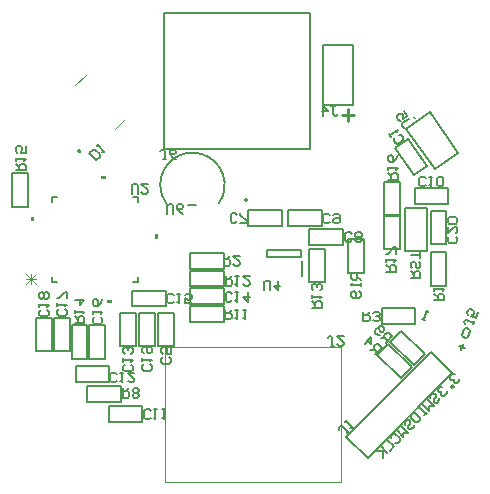
<source format=gbo>
G04*
G04 #@! TF.GenerationSoftware,Altium Limited,Altium Designer,20.0.7 (75)*
G04*
G04 Layer_Color=32896*
%FSLAX44Y44*%
%MOMM*%
G71*
G01*
G75*
%ADD11C,0.2540*%
%ADD13C,0.1270*%
%ADD14C,0.2000*%
%ADD15C,0.1000*%
%ADD16C,0.1524*%
%ADD17C,0.0762*%
%ADD18C,0.1530*%
G36*
X-173054Y35595D02*
X-175594D01*
Y39405D01*
X-173054D01*
Y35595D01*
D02*
G37*
G36*
X-112595Y71054D02*
X-116405D01*
Y73594D01*
X-112595D01*
Y71054D01*
D02*
G37*
G36*
X-107595Y-31054D02*
X-111405D01*
Y-33594D01*
X-107595D01*
Y-31054D01*
D02*
G37*
G36*
X-70946Y20595D02*
X-68406D01*
Y24405D01*
X-70946D01*
Y20595D01*
D02*
G37*
D11*
X97460Y125618D02*
X87303D01*
X92382Y130697D02*
Y120540D01*
D13*
X92300Y20100D02*
X105600D01*
Y-8200D02*
Y20100D01*
X92300Y-8200D02*
X105600D01*
X92300D02*
Y20100D01*
X141000Y10000D02*
Y47000D01*
X159000D01*
Y10000D02*
Y47000D01*
X141000Y10000D02*
X159000D01*
X123300Y40800D02*
Y69100D01*
Y40800D02*
X136600D01*
Y69100D01*
X123300D02*
X136600D01*
X123300Y11800D02*
Y40100D01*
Y11800D02*
X136600D01*
Y40100D01*
X123300D02*
X136600D01*
X137303Y-97637D02*
X146708Y-88232D01*
X117292Y-77626D02*
X137303Y-97637D01*
X117292Y-77626D02*
X126697Y-68222D01*
X146708Y-88232D01*
X137697Y-57221D02*
X157708Y-77232D01*
X128292Y-66626D02*
X137697Y-57221D01*
X128292Y-66626D02*
X148303Y-86637D01*
X157708Y-77232D01*
X120900Y-38400D02*
X120900Y-51700D01*
X120900Y-38400D02*
X149200Y-38400D01*
X149200Y-51700D02*
X149200Y-38400D01*
X120900Y-51700D02*
X149200Y-51700D01*
X143343Y105475D02*
X159576Y82293D01*
X132449Y97846D02*
X143343Y105475D01*
X132449Y97846D02*
X148681Y74664D01*
X159576Y82293D01*
X-41199Y8700D02*
X-12899D01*
X-41199Y-4600D02*
Y8700D01*
Y-4600D02*
X-12899D01*
Y8700D01*
X141943Y113935D02*
X165981Y79604D01*
X185747Y93444D01*
X161709Y127775D02*
X185747Y93444D01*
X141943Y113935D02*
X161709Y127775D01*
X-191700Y76100D02*
X-178400D01*
Y47800D02*
Y76100D01*
X-191700Y47800D02*
X-178400D01*
X-191700D02*
Y76100D01*
X-109900Y-100600D02*
Y-87300D01*
X-138200Y-100600D02*
X-109900D01*
X-138200D02*
Y-87300D01*
X-109900D01*
X-100000Y-117300D02*
Y-104000D01*
X-128300Y-117300D02*
X-100000D01*
X-128300D02*
Y-104000D01*
X-100000D01*
X-81900Y-134600D02*
Y-121300D01*
X-110200Y-134600D02*
X-81900D01*
X-110200D02*
Y-121300D01*
X-81900D01*
X-128300Y-81100D02*
Y-52800D01*
X-141600D02*
X-128300D01*
X-141600Y-81100D02*
Y-52800D01*
Y-81100D02*
X-128300D01*
X59300Y-16200D02*
Y12100D01*
Y-16200D02*
X72600D01*
Y12100D01*
X59300D02*
X72600D01*
X-41199Y-6300D02*
X-12899D01*
X-41199Y-19600D02*
Y-6300D01*
Y-19600D02*
X-12899D01*
Y-6300D01*
X-41100Y-49700D02*
X-12800D01*
Y-36400D01*
X-41100D02*
X-12800D01*
X-41100Y-49700D02*
Y-36400D01*
X175700Y-19100D02*
Y9200D01*
X162400D02*
X175700D01*
X162400Y-19100D02*
Y9200D01*
Y-19100D02*
X175700D01*
X162300Y15800D02*
Y44100D01*
Y15800D02*
X175600D01*
Y44100D01*
X162300D02*
X175600D01*
X-71300Y-70100D02*
Y-41800D01*
X-84600D02*
X-71300D01*
X-84600Y-70100D02*
Y-41800D01*
Y-70100D02*
X-71300D01*
X-158400Y-74800D02*
Y-46500D01*
X-171700D02*
X-158400D01*
X-171700Y-74800D02*
Y-46500D01*
Y-74800D02*
X-158400D01*
X-142900D02*
Y-46500D01*
X-156200D02*
X-142900D01*
X-156200Y-74800D02*
Y-46500D01*
Y-74800D02*
X-142900D01*
X-113300Y-81100D02*
Y-52800D01*
X-126600D02*
X-113300D01*
X-126600Y-81100D02*
Y-52800D01*
Y-81100D02*
X-113300D01*
X-90100Y-36700D02*
X-61800D01*
Y-23400D01*
X-90100D02*
X-61800D01*
X-90100Y-36700D02*
Y-23400D01*
X-41099Y-34700D02*
X-12799D01*
Y-21400D01*
X-41099D02*
X-12799D01*
X-41099Y-34700D02*
Y-21400D01*
X-100700Y-70200D02*
Y-41900D01*
Y-70200D02*
X-87400D01*
Y-41900D01*
X-100700D02*
X-87400D01*
X148900Y50300D02*
X177200D01*
Y63600D01*
X148900D02*
X177200D01*
X148900Y50300D02*
Y63600D01*
X41899Y31300D02*
X70199D01*
Y44600D01*
X41899D02*
X70199D01*
X41899Y31300D02*
Y44600D01*
X59800Y28700D02*
X88100D01*
X59800Y15400D02*
Y28700D01*
Y15400D02*
X88100D01*
Y28700D01*
X7900Y31300D02*
X36200D01*
Y44600D01*
X7900D02*
X36200D01*
X7900Y31300D02*
Y44600D01*
X-55300Y-70100D02*
Y-41800D01*
X-68600D02*
X-55300D01*
X-68600Y-70100D02*
Y-41800D01*
Y-70100D02*
X-55300D01*
D14*
X-134522Y94098D02*
G03*
X-135860Y95584I-669J743D01*
G01*
D02*
G03*
X-134522Y94098I669J-743D01*
G01*
X149073Y122571D02*
G03*
X148500Y123391I-287J410D01*
G01*
D02*
G03*
X149073Y122571I287J-410D01*
G01*
X96700Y133900D02*
Y184700D01*
X71300Y133900D02*
X96700D01*
X71300D02*
Y184700D01*
X96700D01*
X-63500Y120000D02*
Y212000D01*
X-39000D01*
X60500D01*
Y96500D02*
Y212000D01*
X-63500Y96500D02*
X60500D01*
X-63500D02*
Y120000D01*
X91039Y-147000D02*
X109000Y-164960D01*
X180842Y-93118D01*
X91039Y-147000D02*
X162882Y-75158D01*
X180842Y-93118D01*
X52480Y5250D02*
Y10750D01*
X23520D02*
X52480D01*
X23520Y5250D02*
Y10750D01*
Y5250D02*
X52480D01*
X53140Y-10750D02*
Y1750D01*
D15*
X-138623Y150959D02*
X-129705Y158988D01*
X-105166Y113802D02*
X-96249Y121831D01*
X-62500Y-185000D02*
X86500D01*
Y-71000D01*
X-62500D02*
X86500D01*
X-62500Y-185000D02*
Y-71000D01*
D16*
X7055Y53600D02*
G03*
X7055Y53600I-1270J0D01*
G01*
X-66605Y66300D02*
G03*
X-60942Y49651I27305J0D01*
G01*
X-16923Y50653D02*
G03*
X-66605Y66300I-22377J15647D01*
G01*
X-43404Y49155D02*
X-36277D01*
X-158322Y-16322D02*
X-153970D01*
X-158322Y56322D02*
X-153970D01*
X-85678Y51971D02*
Y56322D01*
X-90030Y-16322D02*
X-85678D01*
X-158322D02*
Y-11970D01*
Y51971D02*
Y56322D01*
X-90030D02*
X-85678D01*
Y-16322D02*
Y-11970D01*
D17*
X-180039Y-18040D02*
X-171575Y-9576D01*
X-180039D02*
X-171575Y-18040D01*
X-180039Y-13808D02*
X-171575D01*
X-175807Y-9576D02*
Y-18040D01*
D18*
X182806Y-93870D02*
X180874D01*
X178942Y-95802D01*
Y-97734D01*
X179908Y-98700D01*
X181840D01*
X182806Y-97734D01*
X181840Y-98700D01*
Y-100632D01*
X182806Y-101598D01*
X184738Y-101598D01*
X186670Y-99666D01*
Y-97734D01*
X181840Y-104496D02*
X180874Y-103530D01*
X179908Y-104496D01*
X180874Y-105463D01*
X181840Y-104496D01*
X172179D02*
X170247D01*
X168315Y-106428D01*
Y-108361D01*
X169281Y-109327D01*
X171213D01*
X172179Y-108361D01*
X171213Y-109327D01*
Y-111259D01*
X172179Y-112225D01*
X174111Y-112225D01*
X176043Y-110293D01*
Y-108361D01*
X140342Y-136834D02*
Y-134902D01*
X142274Y-132970D01*
X144206D01*
X145172Y-133936D01*
X145172Y-135868D01*
X143240Y-137800D01*
Y-139732D01*
X144206Y-140698D01*
X146138Y-140698D01*
X148070Y-138766D01*
Y-136834D01*
X137443Y-137800D02*
X143240Y-143596D01*
X139376D01*
Y-147461D01*
X133579Y-141664D01*
X128749Y-148427D02*
Y-146495D01*
X130681Y-144563D01*
X132613Y-144563D01*
X136477Y-148427D01*
Y-150359D01*
X134545Y-152291D01*
X132613Y-152291D01*
X125851Y-149393D02*
X131647Y-155189D01*
X127783Y-159053D01*
X120054Y-155189D02*
X125851Y-160986D01*
X123918Y-159053D01*
X116190D01*
X121986D01*
X121986Y-164850D01*
X161942Y-114334D02*
Y-112402D01*
X163874Y-110470D01*
X165806D01*
X166772Y-111436D01*
X166772Y-113368D01*
X164840Y-115300D01*
Y-117232D01*
X165806Y-118198D01*
X167738Y-118198D01*
X169670Y-116266D01*
Y-114334D01*
X159043Y-115300D02*
X164840Y-121096D01*
X160976D01*
Y-124961D01*
X155179Y-119164D01*
X153247Y-121096D02*
X151315Y-123029D01*
X152281Y-122063D01*
X158077Y-127859D01*
X159043Y-126893D01*
X157111Y-128825D01*
X145519Y-128825D02*
X147451Y-126893D01*
X149383Y-126893D01*
X153247Y-130757D01*
Y-132689D01*
X151315Y-134621D01*
X149383D01*
X145519Y-130757D01*
Y-128825D01*
X158018Y-48072D02*
X155419Y-47228D01*
X156718Y-47650D01*
X159251Y-39854D01*
X160129Y-41575D01*
X186072Y-70419D02*
X191270Y-72108D01*
X189515Y-68665D02*
X187827Y-73862D01*
X190339Y-55421D02*
X192060Y-54544D01*
X194659Y-55388D01*
X195536Y-57110D01*
X193848Y-62307D01*
X192126Y-63184D01*
X189527Y-62340D01*
X188650Y-60618D01*
X190339Y-55421D01*
X103101Y-8755D02*
X94904D01*
Y-12853D01*
X96270Y-14219D01*
X99002D01*
X100369Y-12853D01*
Y-8755D01*
Y-11487D02*
X103101Y-14219D01*
Y-16952D02*
Y-19684D01*
Y-18318D01*
X94904D01*
X96270Y-16952D01*
X101735Y-23783D02*
X103101Y-25149D01*
Y-27882D01*
X101735Y-29248D01*
X96270D01*
X94904Y-27882D01*
Y-25149D01*
X96270Y-23783D01*
X97636D01*
X99002Y-25149D01*
Y-29248D01*
X124901Y-7247D02*
X133099D01*
Y-3148D01*
X131733Y-1782D01*
X129000D01*
X127634Y-3148D01*
Y-7247D01*
Y-4514D02*
X124901Y-1782D01*
Y951D02*
Y3683D01*
Y2317D01*
X133099D01*
X131733Y951D01*
X133099Y7782D02*
Y13247D01*
X131733D01*
X126267Y7782D01*
X124901D01*
X126501Y70653D02*
X134699D01*
Y74752D01*
X133332Y76118D01*
X130600D01*
X129234Y74752D01*
Y70653D01*
Y73386D02*
X126501Y76118D01*
Y78851D02*
Y81583D01*
Y80217D01*
X134699D01*
X133332Y78851D01*
X134699Y91147D02*
X133332Y88414D01*
X130600Y85682D01*
X127867D01*
X126501Y87048D01*
Y89781D01*
X127867Y91147D01*
X129234D01*
X130600Y89781D01*
Y85682D01*
X105469Y-41001D02*
Y-49199D01*
X109567D01*
X110934Y-47832D01*
Y-45100D01*
X109567Y-43734D01*
X105469D01*
X108201D02*
X110934Y-41001D01*
X113666Y-47832D02*
X115033Y-49199D01*
X117765D01*
X119131Y-47832D01*
Y-46466D01*
X117765Y-45100D01*
X116399D01*
X117765D01*
X119131Y-43734D01*
Y-42368D01*
X117765Y-41001D01*
X115033D01*
X113666Y-42368D01*
X135838Y108867D02*
X137741Y108532D01*
X139308Y106293D01*
X138973Y104391D01*
X134496Y101256D01*
X132593Y101592D01*
X131026Y103830D01*
X131362Y105733D01*
X128675Y107187D02*
X127108Y109426D01*
X127892Y108307D01*
X134607Y113008D01*
X134271Y111105D01*
X-188799Y78453D02*
X-180601D01*
Y82552D01*
X-181968Y83918D01*
X-184700D01*
X-186066Y82552D01*
Y78453D01*
Y81186D02*
X-188799Y83918D01*
Y86651D02*
Y89383D01*
Y88017D01*
X-180601D01*
X-181968Y86651D01*
X-180601Y98947D02*
Y93482D01*
X-184700D01*
X-183334Y96214D01*
Y97580D01*
X-184700Y98947D01*
X-187432D01*
X-188799Y97580D01*
Y94848D01*
X-187432Y93482D01*
X-138899Y-50647D02*
X-130701D01*
Y-46548D01*
X-132068Y-45182D01*
X-134800D01*
X-136166Y-46548D01*
Y-50647D01*
Y-47914D02*
X-138899Y-45182D01*
Y-42449D02*
Y-39717D01*
Y-41083D01*
X-130701D01*
X-132068Y-42449D01*
X-138899Y-31519D02*
X-130701D01*
X-134800Y-35618D01*
Y-30153D01*
X61791Y-37947D02*
X69989D01*
Y-33848D01*
X68622Y-32482D01*
X65890D01*
X64524Y-33848D01*
Y-37947D01*
Y-35214D02*
X61791Y-32482D01*
Y-29749D02*
Y-27017D01*
Y-28383D01*
X69989D01*
X68622Y-29749D01*
Y-22918D02*
X69989Y-21552D01*
Y-18820D01*
X68622Y-17453D01*
X67256D01*
X65890Y-18820D01*
Y-20186D01*
Y-18820D01*
X64524Y-17453D01*
X63158D01*
X61791Y-18820D01*
Y-21552D01*
X63158Y-22918D01*
X145501Y-12430D02*
X153699D01*
Y-8331D01*
X152332Y-6965D01*
X149600D01*
X148234Y-8331D01*
Y-12430D01*
Y-9697D02*
X145501Y-6965D01*
X152332Y1233D02*
X153699Y-134D01*
Y-2866D01*
X152332Y-4232D01*
X150966D01*
X149600Y-2866D01*
Y-134D01*
X148234Y1233D01*
X146868D01*
X145501Y-134D01*
Y-2866D01*
X146868Y-4232D01*
X153699Y3965D02*
Y9430D01*
Y6697D01*
X145501D01*
X-11098Y-10754D02*
Y-18951D01*
X-7000D01*
X-5633Y-17585D01*
Y-14853D01*
X-7000Y-13486D01*
X-11098D01*
X-8366D02*
X-5633Y-10754D01*
X-2901D02*
X-169D01*
X-1535D01*
Y-18951D01*
X-2901Y-17585D01*
X9395Y-10754D02*
X3930D01*
X9395Y-16219D01*
Y-17585D01*
X8029Y-18951D01*
X5296D01*
X3930Y-17585D01*
X21169Y-23099D02*
Y-16267D01*
X22535Y-14901D01*
X25268D01*
X26634Y-16267D01*
Y-23099D01*
X33465Y-14901D02*
Y-23099D01*
X29366Y-19000D01*
X34831D01*
X-61366Y87901D02*
X-64099D01*
X-62733D01*
Y94732D01*
X-64099Y96099D01*
X-65465D01*
X-66831Y94732D01*
X-53169Y87901D02*
X-55901Y89268D01*
X-58634Y92000D01*
Y94732D01*
X-57268Y96099D01*
X-54535D01*
X-53169Y94732D01*
Y93366D01*
X-54535Y92000D01*
X-58634D01*
X80634Y-70099D02*
X77901D01*
X79268D01*
Y-63267D01*
X77901Y-61901D01*
X76535D01*
X75169Y-63267D01*
X88831Y-61901D02*
X83366D01*
X88831Y-67366D01*
Y-68733D01*
X87465Y-70099D01*
X84732D01*
X83366Y-68733D01*
X-60831Y41901D02*
Y48733D01*
X-59465Y50099D01*
X-56732D01*
X-55366Y48733D01*
Y41901D01*
X-47169D02*
X-49901Y43268D01*
X-52634Y46000D01*
Y48733D01*
X-51267Y50099D01*
X-48535D01*
X-47169Y48733D01*
Y47366D01*
X-48535Y46000D01*
X-52634D01*
X147276Y117755D02*
X141680Y113837D01*
X139777Y114172D01*
X138210Y116411D01*
X138545Y118314D01*
X144141Y122232D01*
X139439Y128947D02*
X142574Y124470D01*
X139216Y122119D01*
X138768Y125141D01*
X137985Y126260D01*
X136082Y126596D01*
X133843Y125028D01*
X133508Y123126D01*
X135075Y120887D01*
X136978Y120552D01*
X-90831Y58901D02*
Y65732D01*
X-89465Y67099D01*
X-86733D01*
X-85366Y65732D01*
Y58901D01*
X-77169Y67099D02*
X-82634D01*
X-77169Y61634D01*
Y60268D01*
X-78535Y58901D01*
X-81268D01*
X-82634Y60268D01*
X-11480Y-39401D02*
Y-47599D01*
X-7382D01*
X-6016Y-46232D01*
Y-43500D01*
X-7382Y-42134D01*
X-11480D01*
X-8748D02*
X-6016Y-39401D01*
X-3283D02*
X-551D01*
X-1917D01*
Y-47599D01*
X-3283Y-46232D01*
X3548Y-39401D02*
X6280D01*
X4914D01*
Y-47599D01*
X3548Y-46232D01*
X124272Y-67639D02*
X130069Y-61842D01*
X127170Y-58944D01*
X125238D01*
X123306Y-60876D01*
X123306Y-62808D01*
X126204Y-65706D01*
X124272Y-63774D02*
X120408D01*
X119442Y-60876D02*
X117510D01*
X115577Y-58944D01*
Y-57012D01*
X119442Y-53148D01*
X121374D01*
X123306Y-55080D01*
X123306Y-57012D01*
X122340Y-57978D01*
X120408Y-57978D01*
X117510Y-55080D01*
X-98131Y-105801D02*
Y-113999D01*
X-94032D01*
X-92666Y-112633D01*
Y-109900D01*
X-94032Y-108534D01*
X-98131D01*
X-95399D02*
X-92666Y-105801D01*
X-89934Y-112633D02*
X-88567Y-113999D01*
X-85835D01*
X-84469Y-112633D01*
Y-111266D01*
X-85835Y-109900D01*
X-84469Y-108534D01*
Y-107168D01*
X-85835Y-105801D01*
X-88567D01*
X-89934Y-107168D01*
Y-108534D01*
X-88567Y-109900D01*
X-89934Y-111266D01*
Y-112633D01*
X-88567Y-109900D02*
X-85835D01*
X115162Y-77299D02*
X120958Y-71502D01*
X118060Y-68604D01*
X116128D01*
X114196Y-70536D01*
X114196Y-72468D01*
X117094Y-75366D01*
X115162Y-73434D02*
X111298D01*
X106468Y-68604D02*
X112264Y-62807D01*
X112264Y-68604D01*
X108400Y-64740D01*
X-12831Y6099D02*
Y-2099D01*
X-8732D01*
X-7366Y-733D01*
Y2000D01*
X-8732Y3366D01*
X-12831D01*
X-10099D02*
X-7366Y6099D01*
X831D02*
X-4634D01*
X831Y634D01*
Y-733D01*
X-535Y-2099D01*
X-3268D01*
X-4634Y-733D01*
X165601Y-31565D02*
X173799D01*
Y-27466D01*
X172432Y-26100D01*
X169700D01*
X168334Y-27466D01*
Y-31565D01*
Y-28832D02*
X165601Y-26100D01*
Y-23368D02*
Y-20635D01*
Y-22001D01*
X173799D01*
X172432Y-23368D01*
X199484Y-49086D02*
X198550Y-51653D01*
X199017Y-50370D01*
X192598Y-48033D01*
X190847Y-48850D01*
X190379Y-50134D01*
X191196Y-51885D01*
X202288Y-41383D02*
X200419Y-46518D01*
X196567Y-45116D01*
X198786Y-43016D01*
X199253Y-41732D01*
X198436Y-39981D01*
X195869Y-39046D01*
X194118Y-39863D01*
X193183Y-42431D01*
X194000Y-44182D01*
X78366Y133099D02*
X81099D01*
X79732D01*
Y126267D01*
X81099Y124901D01*
X82465D01*
X83831Y126267D01*
X71535Y124901D02*
Y133099D01*
X75634Y129000D01*
X70169D01*
X93498Y-142098D02*
X91566Y-144030D01*
X92532Y-143064D01*
X87702Y-138234D01*
X85770D01*
X84804Y-139200D01*
Y-141132D01*
X89634Y-134370D02*
X91566Y-132437D01*
X90600Y-133404D01*
X96396Y-139200D01*
X94464Y-139200D01*
X-120975Y87324D02*
X-126460Y93416D01*
X-123414Y96158D01*
X-121485Y96057D01*
X-117828Y91996D01*
X-117929Y90067D01*
X-120975Y87324D01*
X-120368Y98901D02*
X-118338Y100729D01*
X-119353Y99815D01*
X-113868Y93723D01*
X-115797Y93825D01*
X183732Y22535D02*
X185099Y21169D01*
Y18436D01*
X183732Y17070D01*
X178267D01*
X176901Y18436D01*
Y21169D01*
X178267Y22535D01*
X176901Y30732D02*
Y25268D01*
X182366Y30732D01*
X183732D01*
X185099Y29366D01*
Y26634D01*
X183732Y25268D01*
Y33465D02*
X185099Y34831D01*
Y37564D01*
X183732Y38930D01*
X178267D01*
X176901Y37564D01*
Y34831D01*
X178267Y33465D01*
X183732D01*
X-75167Y-85782D02*
X-73801Y-87148D01*
Y-89881D01*
X-75167Y-91247D01*
X-80632D01*
X-81999Y-89881D01*
Y-87148D01*
X-80632Y-85782D01*
X-81999Y-83049D02*
Y-80317D01*
Y-81683D01*
X-73801D01*
X-75167Y-83049D01*
X-80632Y-76218D02*
X-81999Y-74852D01*
Y-72119D01*
X-80632Y-70753D01*
X-75167D01*
X-73801Y-72119D01*
Y-74852D01*
X-75167Y-76218D01*
X-76534D01*
X-77900Y-74852D01*
Y-70753D01*
X-162367Y-39682D02*
X-161001Y-41048D01*
Y-43780D01*
X-162367Y-45147D01*
X-167832D01*
X-169199Y-43780D01*
Y-41048D01*
X-167832Y-39682D01*
X-169199Y-36949D02*
Y-34217D01*
Y-35583D01*
X-161001D01*
X-162367Y-36949D01*
Y-30118D02*
X-161001Y-28752D01*
Y-26020D01*
X-162367Y-24653D01*
X-163734D01*
X-165100Y-26020D01*
X-166466Y-24653D01*
X-167832D01*
X-169199Y-26020D01*
Y-28752D01*
X-167832Y-30118D01*
X-166466D01*
X-165100Y-28752D01*
X-163734Y-30118D01*
X-162367D01*
X-165100Y-28752D02*
Y-26020D01*
X-146868Y-39182D02*
X-145501Y-40548D01*
Y-43281D01*
X-146868Y-44647D01*
X-152332D01*
X-153699Y-43281D01*
Y-40548D01*
X-152332Y-39182D01*
X-153699Y-36449D02*
Y-33717D01*
Y-35083D01*
X-145501D01*
X-146868Y-36449D01*
X-145501Y-29618D02*
Y-24153D01*
X-146868D01*
X-152332Y-29618D01*
X-153699D01*
X-116868Y-45682D02*
X-115501Y-47048D01*
Y-49781D01*
X-116868Y-51147D01*
X-122332D01*
X-123699Y-49781D01*
Y-47048D01*
X-122332Y-45682D01*
X-123699Y-42949D02*
Y-40217D01*
Y-41583D01*
X-115501D01*
X-116868Y-42949D01*
X-115501Y-30653D02*
X-116868Y-33386D01*
X-119600Y-36118D01*
X-122332D01*
X-123699Y-34752D01*
Y-32020D01*
X-122332Y-30653D01*
X-120966D01*
X-119600Y-32020D01*
Y-36118D01*
X-55082Y-32632D02*
X-56448Y-33999D01*
X-59180D01*
X-60547Y-32632D01*
Y-27167D01*
X-59180Y-25801D01*
X-56448D01*
X-55082Y-27167D01*
X-52349Y-25801D02*
X-49617D01*
X-50983D01*
Y-33999D01*
X-52349Y-32632D01*
X-40053Y-33999D02*
X-45518D01*
Y-29900D01*
X-42786Y-31266D01*
X-41420D01*
X-40053Y-29900D01*
Y-27167D01*
X-41420Y-25801D01*
X-44152D01*
X-45518Y-27167D01*
X-5782Y-31332D02*
X-7148Y-32699D01*
X-9880D01*
X-11247Y-31332D01*
Y-25868D01*
X-9880Y-24501D01*
X-7148D01*
X-5782Y-25868D01*
X-3049Y-24501D02*
X-317D01*
X-1683D01*
Y-32699D01*
X-3049Y-31332D01*
X7880Y-24501D02*
Y-32699D01*
X3782Y-28600D01*
X9247D01*
X-91167Y-86082D02*
X-89801Y-87448D01*
Y-90181D01*
X-91167Y-91547D01*
X-96632D01*
X-97999Y-90181D01*
Y-87448D01*
X-96632Y-86082D01*
X-97999Y-83349D02*
Y-80617D01*
Y-81983D01*
X-89801D01*
X-91167Y-83349D01*
Y-76518D02*
X-89801Y-75152D01*
Y-72420D01*
X-91167Y-71053D01*
X-92534D01*
X-93900Y-72420D01*
Y-73786D01*
Y-72420D01*
X-95266Y-71053D01*
X-96632D01*
X-97999Y-72420D01*
Y-75152D01*
X-96632Y-76518D01*
X-103382Y-99532D02*
X-104748Y-100899D01*
X-107480D01*
X-108847Y-99532D01*
Y-94068D01*
X-107480Y-92701D01*
X-104748D01*
X-103382Y-94068D01*
X-100649Y-92701D02*
X-97917D01*
X-99283D01*
Y-100899D01*
X-100649Y-99532D01*
X-88353Y-92701D02*
X-93818D01*
X-88353Y-98166D01*
Y-99532D01*
X-89719Y-100899D01*
X-92452D01*
X-93818Y-99532D01*
X-74716Y-130732D02*
X-76082Y-132099D01*
X-78814D01*
X-80181Y-130732D01*
Y-125267D01*
X-78814Y-123901D01*
X-76082D01*
X-74716Y-125267D01*
X-71983Y-123901D02*
X-69251D01*
X-70617D01*
Y-132099D01*
X-71983Y-130732D01*
X-65152Y-123901D02*
X-62420D01*
X-63786D01*
Y-132099D01*
X-65152Y-130732D01*
X158218Y66267D02*
X156852Y64901D01*
X154120D01*
X152753Y66267D01*
Y71732D01*
X154120Y73099D01*
X156852D01*
X158218Y71732D01*
X160951Y73099D02*
X163683D01*
X162317D01*
Y64901D01*
X160951Y66267D01*
X167782D02*
X169148Y64901D01*
X171880D01*
X173247Y66267D01*
Y71732D01*
X171880Y73099D01*
X169148D01*
X167782Y71732D01*
Y66267D01*
X77134Y35068D02*
X75767Y33701D01*
X73035D01*
X71669Y35068D01*
Y40532D01*
X73035Y41899D01*
X75767D01*
X77134Y40532D01*
X79866D02*
X81233Y41899D01*
X83965D01*
X85331Y40532D01*
Y35068D01*
X83965Y33701D01*
X81233D01*
X79866Y35068D01*
Y36434D01*
X81233Y37800D01*
X85331D01*
X95734Y19268D02*
X94368Y17901D01*
X91635D01*
X90269Y19268D01*
Y24732D01*
X91635Y26099D01*
X94368D01*
X95734Y24732D01*
X98466Y19268D02*
X99832Y17901D01*
X102565D01*
X103931Y19268D01*
Y20634D01*
X102565Y22000D01*
X103931Y23366D01*
Y24732D01*
X102565Y26099D01*
X99832D01*
X98466Y24732D01*
Y23366D01*
X99832Y22000D01*
X98466Y20634D01*
Y19268D01*
X99832Y22000D02*
X102565D01*
X-1566Y35568D02*
X-2932Y34201D01*
X-5665D01*
X-7031Y35568D01*
Y41033D01*
X-5665Y42399D01*
X-2932D01*
X-1566Y41033D01*
X1166Y34201D02*
X6631D01*
Y35568D01*
X1166Y41033D01*
Y42399D01*
X-59167Y-79566D02*
X-57801Y-80933D01*
Y-83665D01*
X-59167Y-85031D01*
X-64633D01*
X-65999Y-83665D01*
Y-80933D01*
X-64633Y-79566D01*
X-57801Y-71369D02*
Y-76834D01*
X-61900D01*
X-60534Y-74101D01*
Y-72735D01*
X-61900Y-71369D01*
X-64633D01*
X-65999Y-72735D01*
Y-75468D01*
X-64633Y-76834D01*
M02*

</source>
